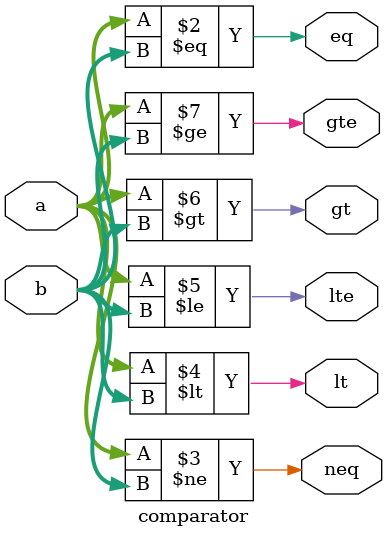
<source format=sv>
module comparator #(parameter N = 8) (
	input  logic [N-1:0] a, b,
	output logic eq, neq, lt, lte, gt, gte);

	always_comb begin
		eq  = (a == b);
		neq = (a != b);
		lt  = (a < b);
		lte = (a <= b);
		gt  = (a > b);
		gte = (a >= b);
	end
endmodule
	
</source>
